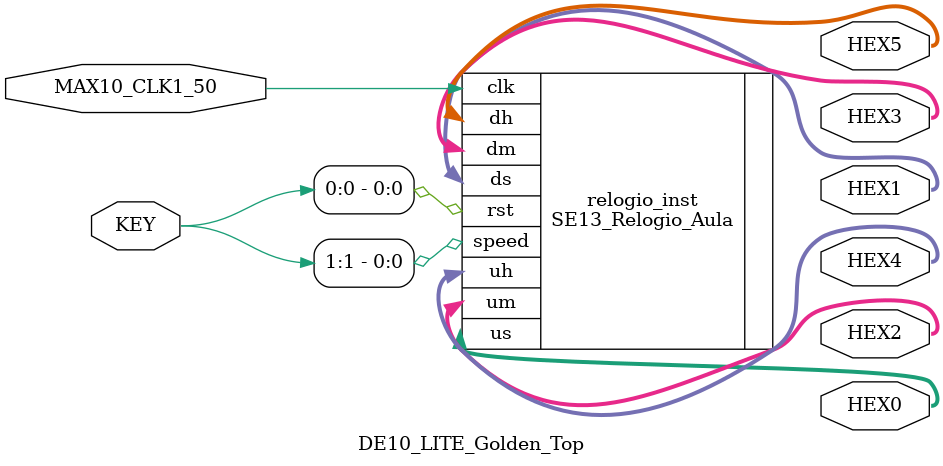
<source format=v>



//`define ENABLE_ADC_CLOCK
`define ENABLE_CLOCK1
//`define ENABLE_CLOCK2
//`define ENABLE_SDRAM
`define ENABLE_HEX0
`define ENABLE_HEX1
`define ENABLE_HEX2
`define ENABLE_HEX3
`define ENABLE_HEX4
`define ENABLE_HEX5
`define ENABLE_KEY
//`define ENABLE_LED
//`define ENABLE_SW
//`define ENABLE_VGA
//`define ENABLE_ACCELEROMETER
//`define ENABLE_ARDUINO
//`define ENABLE_GPIO

module DE10_LITE_Golden_Top(

	//////////// ADC CLOCK: 3.3-V LVTTL //////////
`ifdef ENABLE_ADC_CLOCK
	input 		          		ADC_CLK_10,
`endif
	//////////// CLOCK 1: 3.3-V LVTTL //////////
`ifdef ENABLE_CLOCK1
	input 		          		MAX10_CLK1_50,
`endif
	//////////// CLOCK 2: 3.3-V LVTTL //////////
`ifdef ENABLE_CLOCK2
	input 		          		MAX10_CLK2_50,
`endif

	//////////// SDRAM: 3.3-V LVTTL //////////
`ifdef ENABLE_SDRAM
	output		    [12:0]		DRAM_ADDR,
	output		     [1:0]		DRAM_BA,
	output		          		DRAM_CAS_N,
	output		          		DRAM_CKE,
	output		          		DRAM_CLK,
	output		          		DRAM_CS_N,
	inout 		    [15:0]		DRAM_DQ,
	output		          		DRAM_LDQM,
	output		          		DRAM_RAS_N,
	output		          		DRAM_UDQM,
	output		          		DRAM_WE_N,
`endif

	//////////// SEG7: 3.3-V LVTTL //////////
`ifdef ENABLE_HEX0
	output		     [7:0]		HEX0,
`endif
`ifdef ENABLE_HEX1
	output		     [7:0]		HEX1,
`endif
`ifdef ENABLE_HEX2
	output		     [7:0]		HEX2,
`endif
`ifdef ENABLE_HEX3
	output		     [7:0]		HEX3,
`endif
`ifdef ENABLE_HEX4
	output		     [7:0]		HEX4,
`endif
`ifdef ENABLE_HEX5
	output		     [7:0]		HEX5,
`endif

	//////////// KEY: 3.3 V SCHMITT TRIGGER //////////
`ifdef ENABLE_KEY
	input 		     [1:0]		KEY//,
`endif

	//////////// LED: 3.3-V LVTTL //////////
`ifdef ENABLE_LED
	output		     [9:0]		LEDR,
`endif

	//////////// SW: 3.3-V LVTTL //////////
`ifdef ENABLE_SW
	input 		     [9:0]		SW,
`endif

	//////////// VGA: 3.3-V LVTTL //////////
`ifdef ENABLE_VGA
	output		     [3:0]		VGA_B,
	output		     [3:0]		VGA_G,
	output		          		VGA_HS,
	output		     [3:0]		VGA_R,
	output		          		VGA_VS,
`endif

	//////////// Accelerometer: 3.3-V LVTTL //////////
`ifdef ENABLE_ACCELEROMETER
	output		          		GSENSOR_CS_N,
	input 		     [2:1]		GSENSOR_INT,
	output		          		GSENSOR_SCLK,
	inout 		          		GSENSOR_SDI,
	inout 		          		GSENSOR_SDO,
`endif

	//////////// Arduino: 3.3-V LVTTL //////////
`ifdef ENABLE_ARDUINO
	inout 		    [15:0]		ARDUINO_IO,
	inout 		          		ARDUINO_RESET_N,
`endif

	//////////// GPIO, GPIO connect to GPIO Default: 3.3-V LVTTL //////////
`ifdef ENABLE_GPIO
	inout 		    [35:0]		GPIO
`endif
);



//=======================================================
//  REG/WIRE declarations
//=======================================================




//=======================================================
//  Structural coding
//=======================================================
	
	//Instanciação do módulo Verilog
	SE13_Relogio_Aula #(.main_clock(50_000_000)) relogio_inst
	(
		.clk(MAX10_CLK1_50),  
		.rst(KEY[0]),
		.speed(KEY[1]),
		.dh(HEX5),
		.uh(HEX4), 
		.dm(HEX3),
		.um(HEX2), 
		.ds(HEX1),
		.us(HEX0)
	);

	//Instanciação do diagrama de blocos
//	SE13_Relogio_Aula_Sch SE13_Relogio_Aula_Sch_inst
//	(
//		.rst(KEY[0]) ,				// input  rst_sig
//		.clk(MAX10_CLK1_50) ,	// input  clk_sig
//		.ajuste(KEY[1]) ,			// input  ajuste_sig
//		.dh(HEX5) ,	// output [7:0] dh_sig
//		.uh(HEX4) ,	// output [7:0] uh_sig
//		.dm(HEX3) ,	// output [7:0] dm_sig
//		.um(HEX2) ,	// output [7:0] um_sig
//		.ds(HEX1) ,	// output [7:0] ds_sig
//		.us(HEX0) 	// output [7:0] us_sig
//	);

endmodule

</source>
